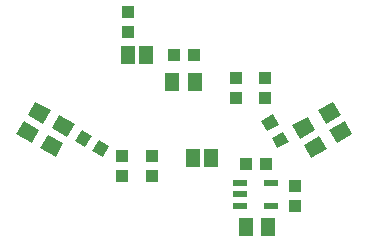
<source format=gbr>
G04 EAGLE Gerber RS-274X export*
G75*
%MOMM*%
%FSLAX34Y34*%
%LPD*%
%INSolderpaste Bottom*%
%IPPOS*%
%AMOC8*
5,1,8,0,0,1.08239X$1,22.5*%
G01*
%ADD10R,1.100000X1.000000*%
%ADD11R,1.300000X1.500000*%
%ADD12R,1.168400X1.600200*%
%ADD13R,1.000000X1.100000*%
%ADD14R,1.200000X0.550000*%


D10*
X320430Y707390D03*
X337430Y707390D03*
D11*
X319430Y684530D03*
X338430Y684530D03*
D10*
X281940Y743830D03*
X281940Y726830D03*
D12*
X297180Y707390D03*
X281940Y707390D03*
D13*
G36*
X399887Y642901D02*
X394887Y651561D01*
X404413Y657061D01*
X409413Y648401D01*
X399887Y642901D01*
G37*
G36*
X408387Y628179D02*
X403387Y636839D01*
X412913Y642339D01*
X417913Y633679D01*
X408387Y628179D01*
G37*
G36*
X257241Y635473D02*
X265901Y630473D01*
X260401Y620947D01*
X251741Y625947D01*
X257241Y635473D01*
G37*
G36*
X242519Y643973D02*
X251179Y638973D01*
X245679Y629447D01*
X237019Y634447D01*
X242519Y643973D01*
G37*
X373380Y687950D03*
X373380Y670950D03*
X302260Y621910D03*
X302260Y604910D03*
X397510Y687950D03*
X397510Y670950D03*
X276860Y621910D03*
X276860Y604910D03*
D11*
G36*
X217255Y645158D02*
X223755Y656416D01*
X236745Y648916D01*
X230245Y637658D01*
X217255Y645158D01*
G37*
G36*
X207755Y628704D02*
X214255Y639962D01*
X227245Y632462D01*
X220745Y621204D01*
X207755Y628704D01*
G37*
G36*
X196935Y656588D02*
X203435Y667846D01*
X216425Y660346D01*
X209925Y649088D01*
X196935Y656588D01*
G37*
G36*
X187435Y640134D02*
X193935Y651392D01*
X206925Y643892D01*
X200425Y632634D01*
X187435Y640134D01*
G37*
G36*
X443605Y638692D02*
X450105Y627434D01*
X437115Y619934D01*
X430615Y631192D01*
X443605Y638692D01*
G37*
G36*
X434105Y655146D02*
X440605Y643888D01*
X427615Y636388D01*
X421115Y647646D01*
X434105Y655146D01*
G37*
G36*
X465195Y651392D02*
X471695Y640134D01*
X458705Y632634D01*
X452205Y643892D01*
X465195Y651392D01*
G37*
G36*
X455695Y667846D02*
X462195Y656588D01*
X449205Y649088D01*
X442705Y660346D01*
X455695Y667846D01*
G37*
D14*
X376890Y579780D03*
X376890Y589280D03*
X376890Y598780D03*
X402890Y598780D03*
X402890Y579780D03*
D10*
X398390Y614680D03*
X381390Y614680D03*
D11*
X400660Y561340D03*
X381660Y561340D03*
D13*
X422910Y579510D03*
X422910Y596510D03*
D12*
X351790Y619760D03*
X336550Y619760D03*
M02*

</source>
